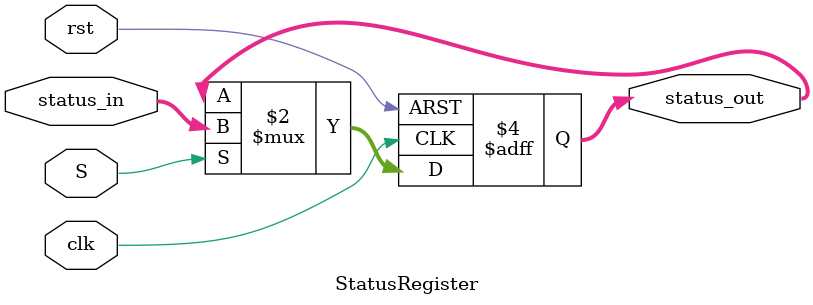
<source format=v>
module StatusRegister (
    input clk, rst,
    input [3:0] status_in,
    input S,
    output reg [3:0] status_out
  );

  always @(negedge clk, posedge rst)
  begin
    if (rst)
      status_out <= 0;
    else if (S)
      status_out <= status_in;
  end

endmodule

</source>
